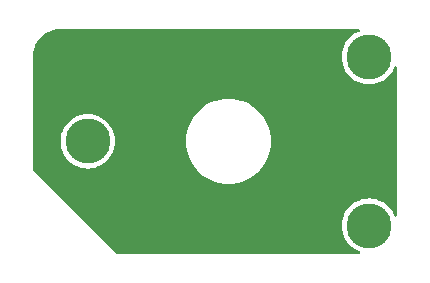
<source format=gbr>
%TF.GenerationSoftware,KiCad,Pcbnew,7.0.5*%
%TF.CreationDate,2024-03-20T17:14:58+08:00*%
%TF.ProjectId,ec11c,65633131-632e-46b6-9963-61645f706362,rev?*%
%TF.SameCoordinates,Original*%
%TF.FileFunction,Copper,L2,Bot*%
%TF.FilePolarity,Positive*%
%FSLAX46Y46*%
G04 Gerber Fmt 4.6, Leading zero omitted, Abs format (unit mm)*
G04 Created by KiCad (PCBNEW 7.0.5) date 2024-03-20 17:14:58*
%MOMM*%
%LPD*%
G01*
G04 APERTURE LIST*
%TA.AperFunction,WasherPad*%
%ADD10C,3.800000*%
%TD*%
G04 APERTURE END LIST*
D10*
%TO.P,H3,*%
%TO.N,*%
X103577000Y-143664000D03*
%TD*%
%TO.P,H1,*%
%TO.N,*%
X79763000Y-136520000D03*
%TD*%
%TO.P,H2,*%
%TO.N,*%
X103577000Y-129376000D03*
%TD*%
%TA.AperFunction,NonConductor*%
G36*
X102746890Y-127015848D02*
G01*
X102792645Y-127068652D01*
X102802589Y-127137810D01*
X102773564Y-127201366D01*
X102719711Y-127237581D01*
X102709212Y-127241144D01*
X102694752Y-127246053D01*
X102694731Y-127246062D01*
X102424286Y-127379431D01*
X102424279Y-127379435D01*
X102173540Y-127546973D01*
X101946810Y-127745810D01*
X101747973Y-127972540D01*
X101580435Y-128223279D01*
X101580431Y-128223286D01*
X101447062Y-128493731D01*
X101447053Y-128493752D01*
X101350122Y-128779301D01*
X101350118Y-128779316D01*
X101291288Y-129075069D01*
X101291287Y-129075081D01*
X101271564Y-129376000D01*
X101291287Y-129676918D01*
X101291288Y-129676930D01*
X101350118Y-129972683D01*
X101350122Y-129972698D01*
X101447053Y-130258247D01*
X101447062Y-130258268D01*
X101580431Y-130528713D01*
X101580435Y-130528720D01*
X101747973Y-130779459D01*
X101946810Y-131006189D01*
X102173540Y-131205026D01*
X102424279Y-131372564D01*
X102424286Y-131372568D01*
X102694731Y-131505937D01*
X102694736Y-131505939D01*
X102694748Y-131505945D01*
X102980309Y-131602880D01*
X103180251Y-131642651D01*
X103276069Y-131661711D01*
X103276070Y-131661711D01*
X103276080Y-131661713D01*
X103577000Y-131681436D01*
X103877920Y-131661713D01*
X104173691Y-131602880D01*
X104459252Y-131505945D01*
X104729718Y-131372566D01*
X104980461Y-131205025D01*
X105207189Y-131006189D01*
X105406025Y-130779461D01*
X105573566Y-130528718D01*
X105706945Y-130258252D01*
X105715994Y-130231594D01*
X105756178Y-130174445D01*
X105820886Y-130148089D01*
X105889571Y-130160902D01*
X105940425Y-130208814D01*
X105957411Y-130271454D01*
X105957494Y-142768785D01*
X105937810Y-142835825D01*
X105885006Y-142881580D01*
X105815848Y-142891524D01*
X105752292Y-142862499D01*
X105716075Y-142808645D01*
X105706946Y-142781752D01*
X105706945Y-142781748D01*
X105700552Y-142768785D01*
X105573568Y-142511286D01*
X105573564Y-142511279D01*
X105406026Y-142260540D01*
X105207189Y-142033810D01*
X104980459Y-141834973D01*
X104729720Y-141667435D01*
X104729713Y-141667431D01*
X104459268Y-141534062D01*
X104459247Y-141534053D01*
X104173698Y-141437122D01*
X104173692Y-141437120D01*
X104173691Y-141437120D01*
X104173689Y-141437119D01*
X104173683Y-141437118D01*
X103877930Y-141378288D01*
X103877921Y-141378287D01*
X103877920Y-141378287D01*
X103577000Y-141358564D01*
X103276080Y-141378287D01*
X103276079Y-141378287D01*
X103276069Y-141378288D01*
X102980316Y-141437118D01*
X102980301Y-141437122D01*
X102694752Y-141534053D01*
X102694731Y-141534062D01*
X102424286Y-141667431D01*
X102424279Y-141667435D01*
X102173540Y-141834973D01*
X101946810Y-142033810D01*
X101747973Y-142260540D01*
X101580435Y-142511279D01*
X101580431Y-142511286D01*
X101447062Y-142781731D01*
X101447053Y-142781752D01*
X101350122Y-143067301D01*
X101350118Y-143067316D01*
X101291288Y-143363069D01*
X101291287Y-143363081D01*
X101271564Y-143664000D01*
X101291287Y-143964918D01*
X101291288Y-143964930D01*
X101350118Y-144260683D01*
X101350122Y-144260698D01*
X101447053Y-144546247D01*
X101447062Y-144546268D01*
X101580431Y-144816713D01*
X101580435Y-144816720D01*
X101747973Y-145067459D01*
X101946810Y-145294189D01*
X102173540Y-145493026D01*
X102424279Y-145660564D01*
X102424286Y-145660568D01*
X102694731Y-145793937D01*
X102694736Y-145793939D01*
X102694748Y-145793945D01*
X102721664Y-145803081D01*
X102778817Y-145843270D01*
X102805170Y-145907979D01*
X102792356Y-145976664D01*
X102744442Y-146027516D01*
X102681804Y-146044500D01*
X82197056Y-146044500D01*
X82130017Y-146024815D01*
X82108792Y-146007594D01*
X75132236Y-138937346D01*
X75099161Y-138875801D01*
X75096500Y-138850252D01*
X75096500Y-136520000D01*
X77457564Y-136520000D01*
X77477287Y-136820918D01*
X77477288Y-136820930D01*
X77536118Y-137116683D01*
X77536122Y-137116698D01*
X77633053Y-137402247D01*
X77633062Y-137402268D01*
X77766431Y-137672713D01*
X77766435Y-137672720D01*
X77933973Y-137923459D01*
X78132810Y-138150189D01*
X78359540Y-138349026D01*
X78610279Y-138516564D01*
X78610286Y-138516568D01*
X78880731Y-138649937D01*
X78880736Y-138649939D01*
X78880748Y-138649945D01*
X79166309Y-138746880D01*
X79366251Y-138786651D01*
X79462069Y-138805711D01*
X79462070Y-138805711D01*
X79462080Y-138805713D01*
X79763000Y-138825436D01*
X80063920Y-138805713D01*
X80359691Y-138746880D01*
X80645252Y-138649945D01*
X80915718Y-138516566D01*
X81166461Y-138349025D01*
X81393189Y-138150189D01*
X81592025Y-137923461D01*
X81759566Y-137672718D01*
X81892945Y-137402252D01*
X81989880Y-137116691D01*
X82048713Y-136820920D01*
X82068436Y-136520000D01*
X88064559Y-136520000D01*
X88084310Y-136896872D01*
X88143346Y-137269607D01*
X88143347Y-137269614D01*
X88241023Y-137634147D01*
X88376267Y-137986468D01*
X88547599Y-138322725D01*
X88753135Y-138639223D01*
X88887955Y-138805712D01*
X88990635Y-138932511D01*
X89257489Y-139199365D01*
X89257493Y-139199368D01*
X89550776Y-139436864D01*
X89859356Y-139637258D01*
X89867279Y-139642403D01*
X90203535Y-139813734D01*
X90555857Y-139948978D01*
X90920387Y-140046653D01*
X91293129Y-140105690D01*
X91649155Y-140124348D01*
X91669999Y-140125441D01*
X91670000Y-140125441D01*
X91670001Y-140125441D01*
X91689752Y-140124405D01*
X92046871Y-140105690D01*
X92419613Y-140046653D01*
X92784143Y-139948978D01*
X93136465Y-139813734D01*
X93472721Y-139642403D01*
X93789225Y-139436863D01*
X94082511Y-139199365D01*
X94349365Y-138932511D01*
X94586863Y-138639225D01*
X94792403Y-138322721D01*
X94963734Y-137986465D01*
X95098978Y-137634143D01*
X95196653Y-137269613D01*
X95255690Y-136896871D01*
X95275441Y-136520000D01*
X95255690Y-136143129D01*
X95196653Y-135770387D01*
X95098978Y-135405857D01*
X94963734Y-135053535D01*
X94792403Y-134717280D01*
X94792400Y-134717275D01*
X94586864Y-134400776D01*
X94452044Y-134234287D01*
X94349365Y-134107489D01*
X94082511Y-133840635D01*
X93789225Y-133603137D01*
X93789223Y-133603135D01*
X93472725Y-133397599D01*
X93136468Y-133226267D01*
X92784147Y-133091023D01*
X92419614Y-132993347D01*
X92419607Y-132993346D01*
X92046872Y-132934310D01*
X91670001Y-132914559D01*
X91669999Y-132914559D01*
X91293127Y-132934310D01*
X90920392Y-132993346D01*
X90920385Y-132993347D01*
X90555852Y-133091023D01*
X90203531Y-133226267D01*
X89867275Y-133397599D01*
X89550776Y-133603135D01*
X89257493Y-133840631D01*
X89257485Y-133840638D01*
X88990638Y-134107485D01*
X88990631Y-134107493D01*
X88753135Y-134400776D01*
X88547599Y-134717275D01*
X88376267Y-135053531D01*
X88241023Y-135405852D01*
X88143347Y-135770385D01*
X88143346Y-135770392D01*
X88084310Y-136143127D01*
X88064559Y-136519999D01*
X88064559Y-136520000D01*
X82068436Y-136520000D01*
X82048713Y-136219080D01*
X81989880Y-135923309D01*
X81892945Y-135637748D01*
X81779494Y-135407693D01*
X81759568Y-135367286D01*
X81759564Y-135367279D01*
X81592026Y-135116540D01*
X81393189Y-134889810D01*
X81166459Y-134690973D01*
X80915720Y-134523435D01*
X80915713Y-134523431D01*
X80645268Y-134390062D01*
X80645247Y-134390053D01*
X80359698Y-134293122D01*
X80359692Y-134293120D01*
X80359691Y-134293120D01*
X80359689Y-134293119D01*
X80359683Y-134293118D01*
X80063930Y-134234288D01*
X80063921Y-134234287D01*
X80063920Y-134234287D01*
X79763000Y-134214564D01*
X79762999Y-134214564D01*
X79612540Y-134224425D01*
X79462080Y-134234287D01*
X79462079Y-134234287D01*
X79462069Y-134234288D01*
X79166316Y-134293118D01*
X79166301Y-134293122D01*
X78880752Y-134390053D01*
X78880731Y-134390062D01*
X78610286Y-134523431D01*
X78610279Y-134523435D01*
X78359540Y-134690973D01*
X78132810Y-134889810D01*
X77933973Y-135116540D01*
X77766435Y-135367279D01*
X77766431Y-135367286D01*
X77633062Y-135637731D01*
X77633053Y-135637752D01*
X77536122Y-135923301D01*
X77536118Y-135923316D01*
X77477288Y-136219069D01*
X77477287Y-136219081D01*
X77457564Y-136520000D01*
X75096500Y-136520000D01*
X75096500Y-129378542D01*
X75096613Y-129374797D01*
X75097014Y-129368152D01*
X75102478Y-129277845D01*
X75115110Y-129085200D01*
X75115990Y-129078098D01*
X75139904Y-128947610D01*
X75171137Y-128790613D01*
X75172744Y-128784299D01*
X75214003Y-128651895D01*
X75214423Y-128650605D01*
X75263710Y-128505418D01*
X75265872Y-128499926D01*
X75323798Y-128371220D01*
X75324710Y-128369288D01*
X75328560Y-128361480D01*
X75391384Y-128234088D01*
X75393895Y-128229501D01*
X75467550Y-128107661D01*
X75469011Y-128105363D01*
X75552157Y-127980928D01*
X75554859Y-127977196D01*
X75642964Y-127864737D01*
X75645111Y-127862146D01*
X75743525Y-127749927D01*
X75746272Y-127746993D01*
X75847316Y-127645947D01*
X75850235Y-127643214D01*
X75962592Y-127544679D01*
X75965205Y-127542512D01*
X76077378Y-127454626D01*
X76081114Y-127451920D01*
X76206066Y-127368430D01*
X76208384Y-127366954D01*
X76329582Y-127293684D01*
X76334155Y-127291181D01*
X76470443Y-127223969D01*
X76472321Y-127223084D01*
X76599937Y-127165645D01*
X76605414Y-127163488D01*
X76752378Y-127113599D01*
X76753816Y-127113130D01*
X76884219Y-127072490D01*
X76890539Y-127070882D01*
X77051205Y-127038919D01*
X77177972Y-127015683D01*
X77185062Y-127014804D01*
X77390195Y-127001353D01*
X77467112Y-126996698D01*
X77474090Y-126996276D01*
X77477836Y-126996163D01*
X102679851Y-126996163D01*
X102746890Y-127015848D01*
G37*
%TD.AperFunction*%
M02*

</source>
